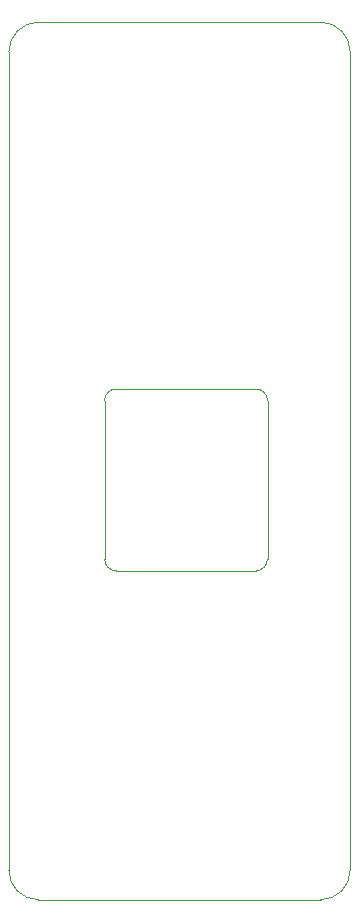
<source format=gbr>
G04 #@! TF.GenerationSoftware,KiCad,Pcbnew,(5.1.9)-1*
G04 #@! TF.CreationDate,2021-09-23T17:19:57+12:00*
G04 #@! TF.ProjectId,covers,636f7665-7273-42e6-9b69-6361645f7063,rev?*
G04 #@! TF.SameCoordinates,Original*
G04 #@! TF.FileFunction,Profile,NP*
%FSLAX46Y46*%
G04 Gerber Fmt 4.6, Leading zero omitted, Abs format (unit mm)*
G04 Created by KiCad (PCBNEW (5.1.9)-1) date 2021-09-23 17:19:57*
%MOMM*%
%LPD*%
G01*
G04 APERTURE LIST*
G04 #@! TA.AperFunction,Profile*
%ADD10C,0.050000*%
G04 #@! TD*
G04 APERTURE END LIST*
D10*
X114100000Y-146200000D02*
X114100000Y-159600000D01*
X126900000Y-145200000D02*
X115100000Y-145200000D01*
X127900000Y-159600000D02*
X127900000Y-146200000D01*
X115100000Y-160600000D02*
X126900000Y-160600000D01*
X115100000Y-160600000D02*
G75*
G02*
X114100000Y-159600000I0J1000000D01*
G01*
X127900000Y-159600000D02*
G75*
G02*
X126900000Y-160600000I-1000000J0D01*
G01*
X126900000Y-145200000D02*
G75*
G02*
X127900000Y-146200000I0J-1000000D01*
G01*
X114100000Y-146200000D02*
G75*
G02*
X115100000Y-145200000I1000000J0D01*
G01*
X132400000Y-114150000D02*
G75*
G02*
X134900000Y-116650000I0J-2500000D01*
G01*
X108500000Y-188450000D02*
X132400000Y-188450000D01*
X134900000Y-151300000D02*
X134900000Y-116650000D01*
X106000000Y-151300000D02*
X106000000Y-116650000D01*
X132400000Y-188450000D02*
G75*
G03*
X134900000Y-185950000I0J2500000D01*
G01*
X108500000Y-188450000D02*
G75*
G02*
X106000000Y-185950000I0J2500000D01*
G01*
X108500000Y-114150000D02*
X132400000Y-114150000D01*
X106000000Y-151300000D02*
X106000000Y-185950000D01*
X108500000Y-114150000D02*
G75*
G03*
X106000000Y-116650000I0J-2500000D01*
G01*
X134900000Y-151300000D02*
X134900000Y-185950000D01*
M02*

</source>
